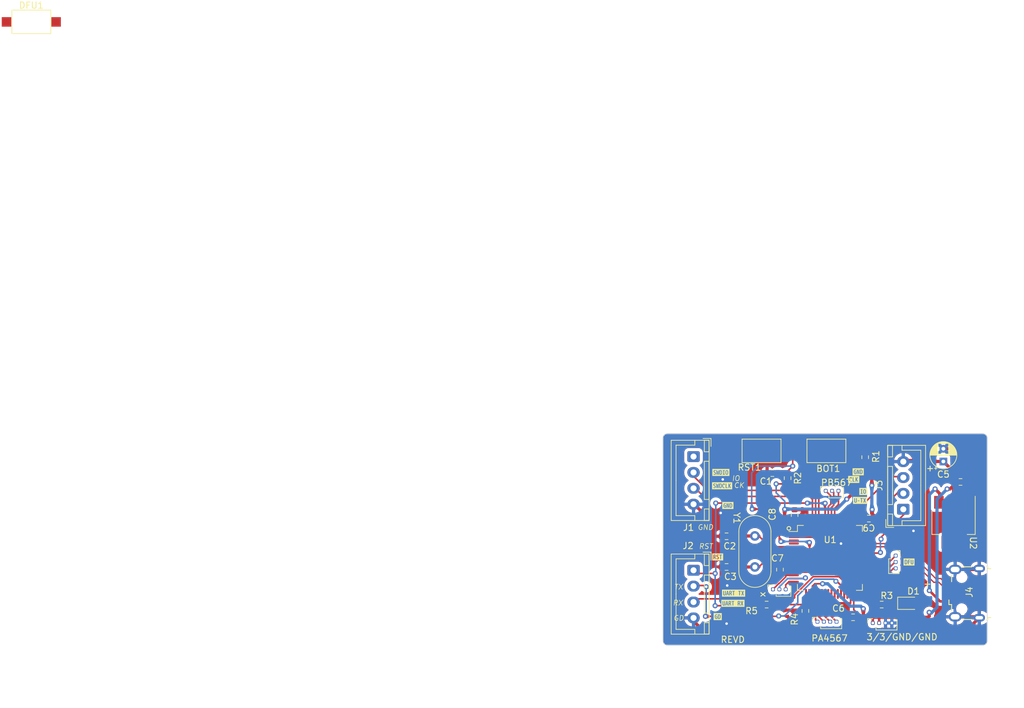
<source format=kicad_pcb>
(kicad_pcb (version 20231007) (generator pcbnew)
  (layers (0 "F.Cu" signal) (31 "B.Cu" signal) (34 "B.Paste" user) (35 "F.Paste" user) (36 "B.SilkS" user "B.Silkscreen") (37 "F.SilkS" user "F.Silkscreen") (38 "B.Mask" user) (39 "F.Mask" user) (44 "Edge.Cuts" user))
  (net 0 "")
  (net 1 "+3.3V")
  (net 2 "Net-(U1-PC13)")
  (net 5 "Net-(U1-PF0)")
  (net 6 "Net-(U1-PF1)")
  (net 7 "Net-(U1-NRST)")
  (net 12 "GND")
  (net 13 "unconnected-(U1-PA0-Pad14)")
  (net 14 "unconnected-(U1-PA1-Pad15)")
  (net 15 "unconnected-(U1-PA2-Pad16)")
  (net 16 "Net-(U1-PA3)")
  (net 18 "unconnected-(U1-PA4-Pad20)")
  (net 19 "unconnected-(U1-PA5-Pad21)")
  (net 20 "unconnected-(U1-PA6-Pad22)")
  (net 21 "unconnected-(U1-PA7-Pad23)")
  (net 27 "OUT_UART_TX")
  (net 28 "OUT_UART_RX")
  (net 29 "unconnected-(U1-PB12-Pad33)")
  (net 32 "unconnected-(U1-PC6-Pad37)")
  (net 37 "UART_TX")
  (net 39 "D-")
  (net 40 "D+")
  (net 41 "SWDIO")
  (net 42 "SWDCLK")
  (net 48 "unconnected-(U1-PB3-Pad55)")
  (net 49 "unconnected-(U1-PB4-Pad56)")
  (net 50 "unconnected-(U1-PB5-Pad57)")
  (net 51 "INOUT_NRESET")
  (net 53 "Net-(U1-BOOT0)")
  (net 54 "OUT_SWDIO")
  (net 55 "OUT_SWDCLK")
  (net 56 "Net-(D1-K)")
  (net 57 "Net-(J4-VBUS)")
  (net 60 "Net-(BOT1-Pad1)")
  (net 61 "IN_FORCE_DFU")
  (footprint "Connector_USB:USB_Micro-B_Wuerth_629105150521" (layer "F.Cu") (at 152.1 92 90)
    (property "Reference" "J4")
    (property "Value" "USB_OTG")
  )
  (footprint "kibuzzard-6534F67C" (layer "F.Cu") (at 112.9 86.3)
    (property "Reference" "kibuzzard-6534F67C" hide)
    (property "Value" "G***" hide)
  )
  (footprint "Resistor_SMD:R_0603_1608Metric" (layer "F.Cu") (at 138.7 93.8)
    (property "Reference" "R3")
    (property "Value" "330")
  )
  (footprint "Resistor_SMD:R_0603_1608Metric" (layer "F.Cu") (at 151.1 74.5)
    (property "Reference" "C5")
    (property "Value" "100n")
  )
  (footprint "Connector_PinSocket_1.00mm:PinSocket_1x04_P1.00mm_Vertical" (layer "F.Cu") (at 137.3 96.7 90)
    (property "Reference" "3/3/GND/GND")
    (property "Value" "PinSocket_1x04_P1.00mm_Vertical")
  )
  (footprint "Resistor_SMD:R_0603_1608Metric" (layer "F.Cu") (at 134.2 95.8 180)
    (property "Reference" "C6")
    (property "Value" "100n")
  )
  (footprint "kibuzzard-6534F635" (layer "F.Cu") (at 113.4 73)
    (property "Reference" "kibuzzard-6534F635" hide)
    (property "Value" "G***" hide)
  )
  (footprint "Resistor_SMD:R_0603_1608Metric" (layer "F.Cu") (at 136.1 70.6 90)
    (property "Reference" "R1")
    (property "Value" "10k")
  )
  (footprint "Button_Switch_SMD:SW_SPST_CK_RS282G05A3" (layer "F.Cu") (at 119.8 69.6 180)
    (property "Reference" "RST1")
    (property "Value" "SW_DIP_x01")
  )
  (footprint "Resistor_SMD:R_0603_1608Metric" (layer "F.Cu") (at 122.7 88.3 90)
    (property "Reference" "C7")
    (property "Value" "100n")
  )
  (footprint "Package_TO_SOT_SMD:SOT-223" (layer "F.Cu") (at 150 80.85 -90)
    (property "Reference" "U2")
    (property "Value" "LM1117-3.3")
  )
  (footprint "Button_Switch_SMD:SW_SPST_CK_RS282G05A3" (layer "F.Cu") (at 130 69.6 180)
    (property "Reference" "BOT1")
    (property "Value" "SW_DIP_x01")
  )
  (footprint "Connector_JST:JST_XH_B4B-XH-A_1x04_P2.50mm_Vertical" (layer "F.Cu") (at 109.1 88.4 -90)
    (property "Reference" "J2")
    (property "Value" "BMP Debug2")
  )
  (footprint "Resistor_SMD:R_0603_1608Metric" (layer "F.Cu") (at 121.5 73.1 180)
    (property "Reference" "C1")
    (property "Value" "100n")
  )
  (footprint "Diode_SMD:D_0805_2012Metric" (layer "F.Cu") (at 142.9 93.6)
    (property "Reference" "D1")
    (property "Value" "LED")
  )
  (footprint "kibuzzard-6534F90C" (layer "F.Cu") (at 135.3 77.4)
    (property "Reference" "kibuzzard-6534F90C" hide)
    (property "Value" "G***" hide)
  )
  (footprint "Resistor_SMD:R_0603_1608Metric" (layer "F.Cu") (at 126.7 94.8 90)
    (property "Reference" "R4")
    (property "Value" "10k")
  )
  (footprint "kibuzzard-6534F5CB" (layer "F.Cu") (at 113.6 75.1)
    (property "Reference" "kibuzzard-6534F5CB" hide)
    (property "Value" "G***" hide)
  )
  (footprint "kibuzzard-6534F6A3" (layer "F.Cu") (at 115.4 92)
    (property "Reference" "kibuzzard-6534F6A3" hide)
    (property "Value" "G***" hide)
  )
  (footprint "Connector_PinSocket_1.00mm:PinSocket_1x04_P1.00mm_Vertical" (layer "F.Cu") (at 128.6 96.5 90)
    (property "Reference" "PA4567")
    (property "Value" "PinSocket_1x04_P1.00mm_Vertical")
  )
  (footprint "Connector_PinSocket_1.00mm:PinSocket_1x03_P1.00mm_Vertical" (layer "F.Cu") (at 140.9 86.1)
    (property "Reference" "x2" hide)
    (property "Value" "PinSocket_1x03_P1.00mm_Vertical")
  )
  (footprint "Capacitor_THT:CP_Radial_D4.0mm_P2.00mm" (layer "F.Cu") (at 148.4 71.2726 90)
    (property "Reference" "C4" hide)
    (property "Value" "100u")
  )
  (footprint "Connector_PinSocket_1.00mm:PinSocket_1x03_P1.00mm_Vertical" (layer "F.Cu") (at 121.6 91.4 90)
    (property "Reference" "x")
    (property "Value" "PinSocket_1x03_P1.00mm_Vertical")
  )
  (footprint "Resistor_SMD:R_0603_1608Metric" (layer "F.Cu") (at 125 79.7 90)
    (property "Reference" "C8")
    (property "Value" "100n")
  )
  (footprint "kibuzzard-6534F8FD" (layer "F.Cu") (at 134.3 74.1)
    (property "Reference" "kibuzzard-6534F8FD" hide)
    (property "Value" "G***" hide)
  )
  (footprint "kibuzzard-6534F68E" (layer "F.Cu") (at 115.3 93.6)
    (property "Reference" "kibuzzard-6534F68E" hide)
    (property "Value" "G***" hide)
  )
  (footprint "Resistor_SMD:R_0603_1608Metric" (layer "F.Cu") (at 123.9 73.9 90)
    (property "Reference" "R2")
    (property "Value" "10k")
  )
  (footprint "Button_Switch_SMD:SW_SPST_CK_RS282G05A3" (layer "F.Cu") (at 4.925 2.075)
    (property "Reference" "DFU1")
    (property "Value" "SWDFU")
  )
  (footprint "kibuzzard-6534F652" (layer "F.Cu") (at 114.5 78.2)
    (property "Reference" "kibuzzard-6534F652" hide)
    (property "Value" "G***" hide)
  )
  (footprint "Resistor_SMD:R_0603_1608Metric" (layer "F.Cu") (at 114.3 87.884 180)
    (property "Reference" "C3")
    (property "Value" "10pf")
  )
  (footprint "Connector_JST:JST_XH_B4B-XH-A_1x04_P2.50mm_Vertical" (layer "F.Cu") (at 109.1 70.5 -90)
    (property "Reference" "J1")
    (property "Value" "BMP Debug1")
  )
  (footprint "Resistor_SMD:R_0603_1608Metric" (layer "F.Cu") (at 136.68 80.264 180)
    (property "Reference" "C9")
    (property "Value" "100n")
  )
  (footprint "Crystal:Crystal_HC49-U_Vertical" (layer "F.Cu") (at 118.75 83 -90)
    (property "Reference" "Y1")
    (property "Value" "Crystal")
  )
  (footprint "Resistor_SMD:R_0603_1608Metric" (layer "F.Cu") (at 114.3 83.05 180)
    (property "Reference" "C2")
    (property "Value" "10pf")
  )
  (footprint "Resistor_SMD:R_0603_1608Metric" (layer "F.Cu") (at 120.6 93.8)
    (property "Reference" "R5")
    (property "Value" "1k")
  )
  (footprint "Package_QFP:LQFP-64_10x10mm_P0.5mm" (layer "F.Cu") (at 130.55 86.45)
    (property "Reference" "U1")
    (property "Value" "CH32V303RCT6")
  )
  (footprint "kibuzzard-6534F6BC" (layer "F.Cu") (at 112.9 95.7)
    (property "Reference" "kibuzzard-6534F6BC" hide)
    (property "Value" "G***" hide)
  )
  (footprint "kibuzzard-6534F8DC" (layer "F.Cu") (at 135 72.9)
    (property "Reference" "kibuzzard-6534F8DC" hide)
    (property "Value" "G***" hide)
  )
  (footprint "kibuzzard-6534F947" (layer "F.Cu") (at 143 87.1)
    (property "Reference" "kibuzzard-6534F947" hide)
    (property "Value" "G***" hide)
  )
  (footprint "Connector_PinSocket_1.00mm:PinSocket_1x03_P1.00mm_Vertical" (layer "F.Cu") (at 129.9 75.9 90)
    (property "Reference" "PB567")
    (property "Value" "PinSocket_1x03_P1.00mm_Vertical")
  )
  (footprint "kibuzzard-6534F8F1" (layer "F.Cu") (at 135.8 76)
    (property "Reference" "kibuzzard-6534F8F1" hide)
    (property "Value" "G***" hide)
  )
  (footprint "Connector_JST:JST_XH_B4B-XH-A_1x04_P2.50mm_Vertical" (layer "F.Cu") (at 142.1 78.8 90)
    (property "Reference" "J3")
    (property "Value" "Debug port")
  )
  (gr_circle (center 124.1 81.8) (end 123.9 81.6) (stroke (width 0.15)) (fill none) (layer "F.SilkS"))
  (gr_line (start 105.000001 100.199999) (end 154.599999 100.199999) (stroke (width 0.1)) (layer "Edge.Cuts"))
  (gr_line (start 104.294975 67.594975) (end 104.300001 99.499999) (stroke (width 0.1)) (layer "Edge.Cuts"))
  (gr_arc (start 154.605025 66.894975) (mid 155.1 67.1) (end 155.305025 67.594975) (stroke (width 0.1)) (layer "Edge.Cuts"))
  (gr_rect (start 155.3 66.9) (end 155.3 66.9) (stroke (width 0.1)) (fill none) (layer "Edge.Cuts"))
  (gr_line (start 154.605025 66.894975) (end 104.994975 66.894975) (stroke (width 0.1)) (layer "Edge.Cuts"))
  (gr_arc (start 105.000001 100.199999) (mid 104.505026 99.994974) (end 104.300001 99.499999) (stroke (width 0.1)) (layer "Edge.Cuts"))
  (gr_arc (start 155.299999 99.499999) (mid 155.094974 99.994974) (end 154.599999 100.199999) (stroke (width 0.1)) (layer "Edge.Cuts"))
  (gr_line (start 155.299999 99.499999) (end 155.305025 67.594975) (stroke (width 0.1)) (layer "Edge.Cuts"))
  (gr_arc (start 104.294975 67.594975) (mid 104.5 67.1) (end 104.994975 66.894975) (stroke (width 0.1)) (layer "Edge.Cuts"))
  (gr_text "GD" (at 105.9 96.4 0) (layer "F.SilkS") (effects (font (size 0.8 0.8) (thickness 0.1) italic) (justify left bottom)))
  (gr_text "IO" (at 115.1 74.4 0) (layer "F.SilkS") (effects (font (size 0.8 0.8) (thickness 0.1) italic) (justify left bottom)))
  (gr_text "CK" (at 115.4 75.5 0) (layer "F.SilkS") (effects (font (size 0.8 0.8) (thickness 0.1) italic) (justify left bottom)))
  (gr_text "RX" (at 105.8 94 0) (layer "F.SilkS") (effects (font (size 0.8 0.8) (thickness 0.1) italic) (justify left bottom)))
  (gr_text "+" (at 145.2 91.1 0) (layer "F.SilkS") (effects (font (size 1 1)) (justify left bottom)))
  (gr_text "TX" (at 106 91.5 0) (layer "F.SilkS") (effects (font (size 0.8 0.8) (thickness 0.1) italic) (justify left bottom)))
  (gr_text "REVD\n" (at 113.3 99.9 0) (layer "F.SilkS") (effects (font (size 1 1)) (justify left bottom)))
  (gr_text "RST" (at 109.9 85.1 0) (layer "F.SilkS") (effects (font (size 0.8 0.8) (thickness 0.1) italic) (justify left bottom)))
  (gr_text "+" (at 145.6 72.9 0) (layer "F.SilkS") (effects (font (size 1 1)) (justify left bottom)))
  (gr_text "GND" (at 109.7 82.1 0) (layer "F.SilkS") (effects (font (size 0.8 0.8) (thickness 0.1) italic) (justify left bottom)))
  (segment (start 132.372 88.697) (end 124.881 88.697) (width 0.25) (layer "F.Cu") (net 1))
  (segment (start 124.875 80.8) (end 123.55 80.8) (width 0.25) (layer "F.Cu") (net 1))
  (segment (start 147.2726 71.2726) (end 146.65 70.65) (width 0.5) (layer "F.Cu") (net 1))
  (segment (start 137.16 78.865) (end 137.2 78.825) (width 0.25) (layer "F.Cu") (net 1))
  (segment (start 136.906 95.802) (end 135.825 95.802) (width 0.5) (layer "F.Cu") (net 1))
  (segment (start 123.425 78.825) (end 123.45 78.8) (width 0.25) (layer "F.Cu") (net 1))
  (segment (start 137.435 71.4) (end 137.435 68.275) (width 0.5) (layer "F.Cu") (net 1))
  (segment (start 150 72.8726) (end 148.4 71.2726) (width 0.5) (layer "F.Cu") (net 1))
  (segment (start 143.5 93.9375) (end 143.5 95.802) (width 0.25) (layer "F.Cu") (net 1))
  (segment (start 123.847 82.697) (end 123.425 82.275) (width 0.4) (layer "F.Cu") (net 1))
  (segment (start 135.8 94.45) (end 135.7 94.45) (width 0.5) (layer "F.Cu") (net 1))
  (segment (start 137.6515 80.4105) (end 137.6515 82.3125) (width 0.25) (layer "F.Cu") (net 1))
  (segment (start 135.825 94.575) (end 135.8 94.55) (width 0.5) (layer "F.Cu") (net 1))
  (segment (start 138.2 95.802) (end 137.3 95.802) (width 0.5) (layer "F.Cu") (net 1))
  (segment (start 135.7 94.45) (end 135.725 94.475) (width 0.5) (layer "F.Cu") (net 1))
  (segment (start 137.267 82.697) (end 136.231 82.697) (width 0.25) (layer "F.Cu") (net 1))
  (segment (start 125.25 80.775) (end 126.8 80.775) (width 0.25) (layer "F.Cu") (net 1))
  (segment (start 146.006 95.802) (end 138.2 95.802) (width 0.5) (layer "F.Cu") (net 1))
  (segment (start 123.425 78.775) (end 123.425 78.75) (width 0.25) (layer "F.Cu") (net 1))
  (segment (start 143.8375 93.6) (end 143.5 93.9375) (width 0.25) (layer "F.Cu") (net 1))
  (segment (start 123.825 74.8) (end 123.9 74.725) (width 0.25) (layer "F.Cu") (net 1))
  (segment (start 137.2 78.825) (end 137.16 78.785) (width 0.25) (layer "F.Cu") (net 1))
  (segment (start 150 75.044) (end 150 72.8726) (width 0.5) (layer "F.Cu") (net 1))
  (segment (start 146.176364 95.021993) (end 146.176364 95.631636) (width 0.5) (layer "F.Cu") (net 1))
  (segment (start 129.4 90.5245) (end 128.1755 90.5245) (width 0.25) (layer "F.Cu") (net 1))
  (segment (start 137.435 73.015) (end 137.435 71.4) (width 0.5) (layer "F.Cu") (net 1))
  (segment (start 148.4 71.2726) (end 147.2726 71.2726) (width 0.5) (layer "F.Cu") (net 1))
  (segment (start 124.875 88.7) (end 123.129 88.7) (width 0.25) (layer "F.Cu") (net 1))
  (segment (start 135.8 94.55) (end 135.8 94.45) (width 0.5) (layer "F.Cu") (net 1))
  (segment (start 137.505 79.805) (end 137.16 79.46) (width 0.5) (layer "F.Cu") (net 1))
  (segment (start 146.65 70.65) (end 146.65 68.175) (width 0.5) (layer "F.Cu") (net 1))
  (segment (start 137.505 80.264) (end 137.505 79.805) (width 0.5) (layer "F.Cu") (net 1))
  (segment (start 135.025 95.325) (end 134.306 94.606) (width 0.25) (layer "F.Cu") (net 1))
  (segment (start 123.45 78.8) (end 123.425 78.775) (width 0.25) (layer "F.Cu") (net 1))
  (segment (start 133.725 90.504312) (end 133.725 90.05) (width 0.25) (layer "F.Cu") (net 1))
  (segment (start 137.15 73.3) (end 137.435 73.015) (width 0.5) (layer "F.Cu") (net 1))
  (segment (start 150 77.7) (end 150 75.044) (width 0.5) (layer "F.Cu") (net 1))
  (segment (start 123.425 82.275) (end 123.425 80.925) (width 0.5) (layer "F.Cu") (net 1))
  (segment (start 133.25 77.2) (end 136.075 74.375) (width 0.5) (layer "F.Cu") (net 1))
  (segment (start 135.825 95.802) (end 135.825 94.575) (width 0.5) (layer "F.Cu") (net 1))
  (segment (start 137.16 79.46) (end 137.16 78.865) (width 0.5) (layer "F.Cu") (net 1))
  (segment (start 125 80.525) (end 125.25 80.775) (width 0.25) (layer "F.Cu") (net 1))
  (segment (start 122.1 74.8) (end 123.825 74.8) (width 0.25) (layer "F.Cu") (net 1))
  (segment (start 137.535 68.175) (end 137.435 68.275) (width 0.5) (layer "F.Cu") (net 1))
  (segment (start 137.41 71.425) (end 137.435 71.4) (width 0.25) (layer "F.Cu") (net 1))
  (segment (start 138.3 96.7) (end 138.3 95.902) (width 0.4) (layer "F.Cu") (net 1))
  (segment (start 134.306 91.085312) (end 133.725 90.504312) (width 0.25) (layer "F.Cu") (net 1))
  (segment (start 138.3 95.902) (end 138.2 95.802) (width 0.25) (layer "F.Cu") (net 1))
  (segment (start 135.025 95.8) (end 135.027 95.802) (width 0.5) (layer "F.Cu") (net 1))
  (segment (start 136.075 74.375) (end 137.435 73.015) (width 0.5) (layer "F.Cu") (net 1))
  (segment (start 146.65 68.175) (end 137.535 68.175) (width 0.5) (layer "F.Cu") (net 1))
  (segment (start 137.3 95.802) (end 136.906 95.802) (width 0.5) (layer "F.Cu") (net 1))
  (segment (start 136.1 71.425) (end 137.41 71.425) (width 0.25) (layer "F.Cu") (net 1))
  (segment (start 149 75.6) (end 149.444 75.6) (width 0.5) (layer "F.Cu") (net 1))
  (segment (start 135.027 95.802) (end 135.825 95.802) (width 0.5) (layer "F.Cu") (net 1))
  (segment (start 133.725 90.05) (end 132.372 88.697) (width 0.25) (layer "F.Cu") (net 1))
  (segment (start 137.6515 82.3125) (end 137.267 82.697) (width 0.25) (layer "F.Cu") (net 1))
  (segment (start 146.176364 95.631636) (end 146.006 95.802) (width 0.5) (layer "F.Cu") (net 1))
  (segment (start 124.881 82.697) (end 123.847 82.697) (width 0.25) (layer "F.Cu") (net 1))
  (segment (start 134.306 94.606) (end 134.306 91.085312) (width 0.25) (layer "F.Cu") (net 1))
  (segment (start 137.3 96.7) (end 137.3 95.802) (width 0.4) (layer "F.Cu") (net 1))
  (segment (start 149.444 75.6) (end 150 75.044) (width 0.5) (layer "F.Cu") (net 1))
  (segment (start 123.129 88.7) (end 123.049 88.78) (width 0.25) (layer "F.Cu") (net 1))
  (segment (start 128.1755 90.5245) (end 127.806 90.894) (width 0.25) (layer "F.Cu") (net 1))
  (segment (start 137.15 75.05) (end 137.15 73.3) (width 0.5) (layer "F.Cu") (net 1))
  (segment (start 137.505 80.264) (end 137.6515 80.4105) (width 0.25) (layer "F.Cu") (net 1))
  (segment (start 127.806 90.894) (end 127.806 92.122) (width 0.25) (layer "F.Cu") (net 1))
  (segment (start 123.425 80.925) (end 123.425 78.825) (width 0.5) (layer "F.Cu") (net 1))
  (segment (start 123.425 78.75) (end 123.45 78.725) (width 0.25) (layer "F.Cu") (net 1))
  (segment (start 123.55 80.8) (end 123.425 80.925) (width 0.25) (layer "F.Cu") (net 1))
  (segment (start 135.025 95.8) (end 135.025 95.325) (width 0.25) (layer "F.Cu") (net 1))
  (via (at 123.45 78.8) (size 0.8) (drill 0.4) (layers "F.Cu" "B.Cu") (net 1))
  (via (at 129.4 90.5245) (size 0.8) (drill 0.4) (layers "F.Cu" "B.Cu") (net 1))
  (via (at 149 75.6) (size 0.8) (drill 0.4) (layers "F.Cu" "B.Cu") (net 1))
  (via (at 146.176364 95.021993) (size 0.8) (drill 0.4) (layers "F.Cu" "B.Cu") (net 1))
  (via (at 137.15 75.05) (size 0.8) (drill 0.4) (layers "F.Cu" "B.Cu") (net 1))
  (via (at 137.2 78.825) (size 0.8) (drill 0.4) (layers "F.Cu" "B.Cu") (net 1))
  (via (at 122.1 74.8) (size 0.8) (drill 0.4) (layers "F.Cu" "B.Cu") (net 1))
  (via (at 135.8 94.45) (size 0.8) (drill 0.4) (layers "F.Cu" "B.Cu") (net 1))
  (via (at 133.2 77.2) (size 0.8) (drill 0.4) (layers "F.Cu" "B.Cu") (net 1))
  (segment (start 135.4 94.05) (end 135.8 94.45) (width 0.5) (layer "B.Cu") (net 1))
  (segment (start 123.55 78.775) (end 123.575 78.775) (width 0.25) (layer "B.Cu") (net 1))
  (segment (start 130.2245 90.5245) (end 133.75 94.05) (width 0.5) (layer "B.Cu") (net 1))
  (segment (start 129.4 90.5245) (end 130.2245 90.5245) (width 0.5) (layer "B.Cu") (net 1))
  (segment (start 122.1 76.2) (end 122.1 74.8) (width 0.25) (layer "B.Cu") (net 1))
  (segment (start 133.2 77.2) (end 131.625 78.775) (width 0.5) (layer "B.Cu") (net 1))
  (segment (start 123.6 78.775) (end 123.45 78.75) (width 0.25) (layer "B.Cu") (net 1))
  (segment (start 123.45 78.75) (end 123.55 78.775) (width 0.25) (layer "B.Cu") (net 1))
  (segment (start 123.45 78.8) (end 123.45 77.55) (width 0.25) (layer "B.Cu") (net 1))
  (segment (start 146.484051 95.15) (end 147.4 94.234051) (width 0.5) (layer "B.Cu") (net 1))
  (segment (start 146.176364 95.021993) (end 146.266204 94.932153) (width 0.5) (layer "B.Cu") (net 1))
  (segment (start 133.75 94.05) (end 135.4 94.05) (width 0.5) (layer "B.Cu") (net 1))
  (segment (start 146.266204 94.932153) (end 146.484051 95.15) (width 0.5) (layer "B.Cu") (net 1))
  (segment (start 147.4 94.234051) (end 147.4 77.2) (width 0.5) (layer "B.Cu") (net 1))
  (segment (start 123.45 77.55) (end 122.1 76.2) (width 0.25) (layer "B.Cu") (net 1))
  (segment (start 137.15 75.05) (end 137.15 78.8) (width 0.5) (layer "B.Cu") (net 1))
  (segment (start 131.625 78.775) (end 123.6 78.775) (width 0.5) (layer "B.Cu") (net 1))
  (segment (start 147.4 77.2) (end 149 75.6) (width 0.5) (layer "B.Cu") (net 1))
  (segment (start 137.875 93.675) (end 137.875 93.8) (width 0.25) (layer "F.Cu") (net 2))
  (segment (start 124.881 83.197) (end 127.891022 83.197) (width 0.25) (layer "F.Cu") (net 2))
  (segment (start 134.62 89.925978) (end 134.62 90.42) (width 0.25) (layer "F.Cu") (net 2))
  (segment (start 127.891022 83.197) (end 134.62 89.925978) (width 0.25) (layer "F.Cu") (net 2))
  (segment (start 134.62 90.42) (end 137.875 93.675) (width 0.25) (layer "F.Cu") (net 2))
  (segment (start 121.073 84.697) (end 124.881 84.697) (width 0.25) (layer "F.Cu") (net 5))
  (segment (start 119.38 83.004) (end 115.171 83.004) (width 0.5) (layer "F.Cu") (net 5))
  (segment (start 115.171 83.004) (end 115.125 83.05) (width 0.5) (layer "F.Cu") (net 5))
  (segment (start 119.38 83.004) (end 121.073 84.697) (width 0.25) (layer "F.Cu") (net 5))
  (segment (start 121.1 85.7) (end 123.534315 85.7) (width 0.25) (layer "F.Cu") (net 6))
  (segment (start 119.38 87.884) (end 120.1 87.164) (width 0.25) (layer "F.Cu") (net 6))
  (segment (start 120.1 86.7) (end 121.1 85.7) (width 0.25) (layer "F.Cu") (net 6))
  (segment (start 115.46 87.884) (end 119.38 87.884) (width 0.5) (layer "F.Cu") (net 6))
  (segment (start 124.037315 85.197) (end 124.881 85.197) (width 0.25) (layer "F.Cu") (net 6))
  (segment (start 120.1 87.164) (end 120.1 86.7) (width 0.25) (layer "F.Cu") (net 6))
  (segment (start 123.534315 85.7) (end 124.037315 85.197) (width 0.25) (layer "F.Cu") (net 6))
  (segment (start 124.881 85.697) (end 126.728 85.697) (width 0.25) (layer "F.Cu") (net 7))
  (segment (start 124.7 72) (end 124.7 70.6) (width 0.25) (layer "F.Cu") (net 7))
  (segment (start 122.35 73.075) (end 122.325 73.1) (width 0.25) (layer "F.Cu") (net 7))
  (segment (start 122.6 79.45) (end 122.6 83.8625) (width 0.25) (layer "F.Cu") (net 7))
  (segment (start 127.375 85.05) (end 127.325 84.025) (width 0.25) (layer "F.Cu") (net 7))
  (segment (start 122.875 83.85) (end 122.85 83.875) (width 0.25) (layer "F.Cu") (net 7))
  (segment (start 123.9 72.8) (end 124.7 72) (width 0.25) (layer "F.Cu") (net 7))
  (segment (start 123.9 73.075) (end 123.9 72.8) (width 0.25) (layer "F.Cu") (net 7))
  (segment (start 121.925 78.775) (end 122.6 79.45) (width 0.25) (layer "F.Cu") (net 7))
  (segment (start 118.325 78.775) (end 121.925 78.775) (width 0.25) (layer "F.Cu") (net 7))
  (segment (start 126.728 85.697) (end 127.375 85.05) (width 0.25) (layer "F.Cu") (net 7))
  (segment (start 127.325 84.025) (end 127.375 84.025) (width 0.25) (layer "F.Cu") (net 7))
  (segment (start 122.85 83.875) (end 122.875 83.9) (width 0.25) (layer "F.Cu") (net 7))
  (segment (start 123.9 73.075) (end 122.35 73.075) (width 0.25) (layer "F.Cu") (net 7))
  (segment (start 124.7 70.6) (end 123.7 69.6) (width 0.25) (layer "F.Cu") (net 7))
  (via (at 124.7 72) (size 0.8) (drill 0.4) (layers "F.Cu" "B.Cu") (net 7))
  (via (at 118.325 78.775) (size 0.8) (drill 0.4) (layers "F.Cu" "B.Cu") (net 7))
  (via (at 127.325 84.025) (size 0.8) (drill 0.4) (layers "F.Cu" "B.Cu") (net 7))
  (via (at 122.85 83.875) (size 0.8) (drill 0.4) (layers "F.Cu" "B.Cu") (net 7))
  (segment (start 127.375 83.975) (end 127.3 83.9) (width 0.25) (layer "B.Cu") (net 7))
  (segment (start 122.85 83.875) (end 127.275 83.875) (width 0.25) (layer "B.Cu") (net 7))
  (segment (start 118.25 78.7) (end 118.325 78.775) (width 0.25) (layer "B.Cu") (net 7))
  (segment (start 118.25 73.05) (end 118.25 78.7) (width 0.25) (layer "B.Cu") (net 7))
  (segment (start 118.25 73.05) (end 119.3 72) (width 0.25) (layer "B.Cu") (net 7))
  (segment (start 127.275 83.875) (end 127.375 83.975) (width 0.25) (layer "B.Cu") (net 7))
  (segment (start 119.3 72) (end 124.7 72) (width 0.25) (layer "B.Cu") (net 7))
  (segment (start 139.9 98.044) (end 110.744 98.044) (width 0.5) (layer "F.Cu") (net 12))
  (segment (start 109.2 78) (end 109.1 78) (width 0.5) (layer "F.Cu") (net 12))
  (segment (start 136.2 80.264) (end 134.9 81.564) (width 0.25) (layer "F.Cu") (net 12))
  (segment (start 139.9 98.044) (end 139.3 97.444) (width 0.4) (layer "F.Cu") (net 12))
  (segment (start 125 78.875) (end 126.373 78.875) (width 0.25) (layer "F.Cu") (net 12))
  (segment (start 143.7 82.2) (end 145.288 82.2) (width 0.5) (layer "F.Cu") (net 12))
  (segment (start 134.8 83.2) (end 133.9 82.3) (width 0.25) (layer "F.Cu") (net 12))
  (segment (start 109.2 96.5) (end 109.2 95.8) (width 0.5) (layer "F.Cu") (net 12))
  (segment (start 113.475 79.475) (end 113.375 79.375) (width 0.4) (layer "F.Cu") (net 12))
  (segment (start 123.7 88.2) (end 124.875 88.2) (width 0.25) (layer "F.Cu") (net 12))
  (segment (start 114.3 96.8) (end 114.4 96.9) (width 0.5) (layer "F.Cu") (net 12))
  (segment (start 115 91.4) (end 119.7 91.4) (width 0.25) (layer "F.Cu") (net 12))
  (segment (start 154.05 95.875) (end 154.05 90.5) (width 0.5) (layer "F.Cu") (net 12))
  (segment (start 133.806 92.122) (end 133.806 93.594) (width 0.25) (layer "F.Cu") (net 12))
  (segment (start 145.288 86.36) (end 147.203 88.275) (width 0.5) (layer "F.Cu") (net 12))
  (segment (start 132.525 82.3) (end 133.9 82.3) (width 0.5) (layer "F.Cu") (net 12))
  (segment (start 127.3 79.802) (end 127.3 80.775) (width 0.25) (layer "F.Cu") (net 12))
  (segment (start 113.4 89.8) (end 113.4 87.959) (width 0.4) (layer "F.Cu") (net 12))
  (segment (start 110.744 98.044) (end 109.2 96.5) (width 0.5) (layer "F.Cu") (net 12))
  (segment (start 150.25 95.725) (end 153.9 95.725) (width 0.5) (layer "F.Cu") (net 12))
  (segment (start 144.78 71.12) (end 142.805 71.12) (width 0.5) (layer "F.Cu") (net 12))
  (segment (start 150.25 88.275) (end 153.9 88.275) (width 0.5) (layer "F.Cu") (net 12))
  (segment (start 121.7 89.4) (end 121.7 88) (width 0.25) (layer "F.Cu") (net 12))
  (segment (start 132.3 84.2) (end 132.3 82.525) (width 0.5) (layer "F.Cu") (net 12))
  (segment (start 114.4 90.8) (end 113.4 89.8) (width 0.4) (layer "F.Cu") (net 12))
  (segment (start 145.288 84.3) (end 145.288 86.36) (width 0.5) (layer "F.Cu") (net 12))
  (segment (start 150.2 88.325) (end 150.25 88.275) (width 0.25) (layer "F.Cu") (net 12))
  (segment (start 127.375 82.3) (end 132.525 82.3) (width 0.5) (layer "F.Cu") (net 12))
  (segment (start 151.881 98.044) (end 154.05 95.875) (width 0.5) (layer "F.Cu") (net 12))
  (segment (start 114.4 90.8) (end 115 91.4) (width 0.25) (layer "F.Cu") (net 12))
  (segment (start 139.9 98.044) (end 151.881 98.044) (width 0.5) (layer "F.Cu") (net 12))
  (segment (start 120.5875 73.1) (end 113.8125 73.1) (width 0.5) (layer "F.Cu") (net 12))
  (segment (start 113.4 83.125) (end 113.4 87.809) (width 0.4) (layer "F.Cu") (net 12))
  (segment (start 113.725 74.075) (end 113.725 70.175) (width 0.5) (layer "F.Cu") (net 12))
  (segment (start 148.4 69.2726) (end 151.4726 69.2726) (width 0.5) (layer "F.Cu") (net 12))
  (segment (start 113.725 70.175) (end 114.3 69.6) (width 0.5) (layer "F.Cu") (net 12))
  (segment (start 153.9 88.275) (end 154.05 88.125) (width 0.25) (layer "F.Cu") (net 12))
  (segment (start 132.3 82.525) (end 132.525 82.3) (width 0.25) (layer "F.Cu") (net 12))
  (segment (start 127.3 80.775) (end 127.3 82.225) (width 0.25) (layer "F.Cu") (net 12))
  (segment (start 123.32 87.82) (end 123.7 88.2) (width 0.25) (layer "F.Cu") (net 12))
  (segment (start 154.05 79.45) (end 152.3 77.7) (width 0.5) (layer "F.Cu") (net 12))
  (segment (start 126.7 95.625) (end 126.7 98.05) (width 0.5) (layer "F.Cu") (net 12))
  (segment (start 150.2 90.7) (end 153.85 90.7) (width 0.4) (layer "F.Cu") (net 12))
  (segment (start 152.3 70.1) (end 152.3 77.7) (width 0.5) (layer "F.Cu") (net 12))
  (segment (start 145.288 84.3) (end 145.288 71.628) (width 0.5) (layer "F.Cu") (net 12))
  (segment (start 134.9 82) (end 134.6 82.3) (width 0.25) (layer "F.Cu") (net 12))
  (segment (start 121.7 88) (end 122.225 87.475) (width 0.25) (layer "F.Cu") (net 12))
  (segment (start 114.4 96.9) (end 114.4 98.044) (width 0.5) (layer "F.Cu") (net 12))
  (segment (start 136.225 83.2) (end 134.8 83.2) (width 0.25) (layer "F.Cu") (net 12))
  (segment (start 113.4 87.959) (end 113.475 87.884) (width 0.4) (layer "F.Cu") (net 12))
  (segment (start 154.05 90.5) (end 154.05 79.45) (width 0.5) (layer "F.Cu") (net 12))
  (segment (start 133.1 97.572) (end 132.725 97.947) (width 0.25) (layer "F.Cu") (net 12))
  (segment (start 133.806 93.594) (end 133.1 94.3) (width 0.25) (layer "F.Cu") (net 12))
  (segment (start 145.288 71.628) (end 144.78 71.12) (width 0.5) (layer "F.Cu") (net 12))
  (segment (start 113.7 74.1) (end 113.725 74.075) (width 0.5) (layer "F.Cu") (net 12))
  (segment (start 122.225 87.475) (end 122.7 87.475) (width 0.25) (layer "F.Cu") (net 12))
  (segment (start 133.9 82.3) (end 134.6 82.3) (width 0.5) (layer "F.Cu") (net 12))
  (segment (start 140.3 97.644) (end 139.9 98.044) (width 0.4) (layer "F.Cu") (net 12))
  (segment (start 150.2 90.7) (end 150.2 88.325) (width 0.4) (layer "F.Cu") (net 12))
  (segment (start 139.3 97.444) (end 139.3 96.9) (width 0.4) (layer "F.Cu") (net 12))
  (segment (start 153.9 95.725) (end 154.05 95.875) (width 0.5) (layer "F.Cu") (net 12))
  (segment (start 113.4 87.809) (end 113.475 87.884) (width 0.4) (layer "F.Cu") (net 12))
  (segment (start 123.049 87.82) (end 123.32 87.82) (width 0.25) (layer "F.Cu") (net 12))
  (segment (start 147.203 88.275) (end 150.25 88.275) (width 0.5) (layer "F.Cu") (net 12))
  (segment (start 114.3 69.6) (end 115.9 69.6) (width 0.5) (layer "F.Cu") (net 12))
  (segment (start 113.475 83.05) (end 113.4 83.125) (width 0.4) (layer "F.Cu") (net 12))
  (segment (start 126.373 78.875) (end 127.3 79.802) (width 0.25) (layer "F.Cu") (net 12))
  (segment (start 153.85 90.7) (end 154.05 90.5) (width 0.25) (layer "F.Cu") (net 12))
  (segment (start 119.7 91.4) (end 121.7 89.4) (width 0.25) (layer "F.Cu") (net 12))
  (segment (start 113.475 83.05) (end 113.475 79.475) (width 0.4) (layer "F.Cu") (net 12))
  (segment (start 111.4 80.2) (end 109.2 78) (width 0.5) (layer "F.Cu") (net 12))
  (segment (start 113.3 80.2) (end 111.4 80.2) (width 0.5) (layer "F.Cu") (net 12))
  (segment (start 133.1 94.3) (end 133.1 97.572) (width 0.25) (layer "F.Cu") (net 12))
  (segment (start 140.3 96.9) (end 140.3 97.644) (width 0.4) (layer "F.Cu") (net 12))
  (segment (start 134.9 81.564) (end 134.9 82) (width 0.25) (layer "F.Cu") (net 12))
  (segment (start 151.4726 69.2726) (end 152.3 70.1) (width 0.5) (layer "F.Cu") (net 12))
  (via (at 143.7 82.2) (size 0.8) (drill 0.4) (layers "F.Cu" "B.Cu") (net 12))
  (via (at 132.3 84.2) (size 0.8) (drill 0.4) (layers "F.Cu" "B.Cu") (net 12))
  (via (at 113.7 74.1) (size 0.8) (drill 0.4) (layers "F.Cu" "B.Cu") (net 12))
  (via (at 114.4 90.8) (size 0.8) (drill 0.4) (layers "F.Cu" "B.Cu") (net 12))
  (via (at 113.375 79.375) (size 0.8) (drill 0.4) (layers "F.Cu" "B.Cu") (net 12))
  (via (at 114.3 96.8) (size 0.8) (drill 0.4) (layers "F.Cu" "B.Cu") (net 12))
  (segment (start 113.375 79.375) (end 113.775 78.975) (width 0.5) (layer "B.Cu") (net 12))
  (segment (start 132.3 84.2) (end 132.3 84.15) (width 0.25) (layer "B.Cu") (net 12))
  (segment (start 133.1 84.2) (end 132.3 84.2) (width 0.5) (layer "B.Cu") (net 12))
  (segment (start 132.35 84.2) (end 132.3 84.2) (width 0.25) (layer "B.Cu") (net 12))
  (segment (start 114.4 96.7) (end 114.3 96.8) (width 0.5) (layer "B.Cu") (net 12))
  (segment (start 135.4 81.9) (end 133.1 84.2) (width 0.5) (layer "B.Cu") (net 12))
  (segment (start 132.3 84.15) (end 132.375 84.225) (width 0.25) (layer "B.Cu") (net 12))
  (segment (start 114.4 90.8) (end 114.4 96.7) (width 0.5) (layer "B.Cu") (net 12))
  (segment (start 113.775 78.975) (end 113.775 74.15) (width 0.5) (layer "B.Cu") (net 12))
  (segment (start 143.4 81.9) (end 135.4 81.9) (width 0.5) (layer "B.Cu") (net 12))
  (segment (start 143.7 82.2) (end 143.4 81.9) (width 0.5) (layer "B.Cu") (net 12))
  (segment (start 132.4 84.25) (end 132.375 84.225) (width 0.5) (layer "B.Cu") (net 12))
  (segment (start 113.775 74.15) (end 113.725 74.1) (width 0.5) (layer "B.Cu") (net 12))
  (segment (start 124.875 89.2) (end 123.7 89.2) (width 0.25) (layer "F.Cu") (net 13))
  (segment (start 122.5 90.5) (end 121.6 91.4) (width 0.25) (layer "F.Cu") (net 13))
  (segment (start 123.6 89.442462) (end 122.542462 90.5) (width 0.25) (layer "F.Cu") (net 13))
  (segment (start 123.6 89.3) (end 123.6 89.442462) (width 0.25) (layer "F.Cu") (net 13))
  (segment (start 122.542462 90.5) (end 122.5 90.5) (width 0.25) (layer "F.Cu") (net 13))
  (segment (start 123.7 89.2) (end 123.6 89.3) (width 0.25) (layer "F.Cu") (net 13))
  (segment (start 124.875 89.7) (end 126.5 89.7) (width 0.25) (layer "F.Cu") (net 14))
  (via (at 126.7 89.6) (size 0.8) (drill 0.4) (layers "F.Cu" "B.Cu") (net 14))
  (segment (start 122.6 91) (end 122.6 91.4) (width 0.25) (layer "B.Cu") (net 14))
  (segment (start 123.9 89.7) (end 122.6 91) (width 0.25) (layer "B.Cu") (net 14))
  (segment (start 126.5 89.7) (end 123.9 89.7) (width 0.25) (layer "B.Cu") (net 14))
  (segment (start 124.875 90.2) (end 124.1 90.2) (width 0.25) (layer "F.Cu") (net 15))
  (segment (start 123.6 90.7) (end 123.6 91.4) (width 0.25) (layer "F.Cu") (net 15))
  (segment (start 124.1 90.2) (end 123.6 90.7) (width 0.25) (layer "F.Cu") (net 15))
  (segment (start 126.806 92.122) (end 126.806 93.924) (width 0.25) (layer "F.Cu") (net 16))
  (segment (start 121.425 93.8) (end 126.4575 93.8) (width 0.25) (layer "F.Cu") (net 16))
  (segment (start 128.3 96.2) (end 128.6 96.5) (width 0.25) (layer "F.Cu") (net 18))
  (segment (start 128.3 92.125) (end 128.3 96.2) (width 0.25) (layer "F.Cu") (net 18))
  (segment (start 128.8 95.7) (end 129.6 96.5) (width 0.25) (layer "F.Cu") (net 19))
  (segment (start 128.8 92.125) (end 128.8 95.7) (width 0.25) (layer "F.Cu") (net 19))
  (segment (start 129.3 95.2) (end 130.6 96.5) (width 0.25) (layer "F.Cu") (net 20))
  (segment (start 129.3 92.125) (end 129.3 95.2) (width 0.25) (layer "F.Cu") (net 20))
  (segment (start 129.8 92.125) (end 129.8 94.7) (width 0.25) (layer "F.Cu") (net 21))
  (segment (start 129.8 94.7) (end 131.6 96.5) (width 0.25) (layer "F.Cu") (net 21))
  (segment (start 110.975 95.65) (end 122.45 95.65) (width 0.25) (layer "F.Cu") (net 27))
  (segment (start 110.9 90.8) (end 109.2 90.8) (width 0.25) (layer "F.Cu") (net 27))
  (segment (start 131.640185 90.1245) (end 132.806 91.290315) (width 0.25) (layer "F.Cu") (net 27))
  (segment (start 132.8 91.284315) (end 131.915685 90.4) (width 0.25) (layer "F.Cu") (net 27))
  (segment (start 111.1 91) (end 110.9 90.8) (width 0.25) (layer "F.Cu") (net 27))
  (segment (start 132.806 91.290315) (end 132.806 92.122) (width 0.25) (layer "F.Cu") (net 27))
  (segment (start 132.8 92.125) (end 132.8 91.284315) (width 0.25) (layer "F.Cu") (net 27))
  (segment (start 122.45 95.65) (end 122.5 95.6) (width 0.25) (layer "F.Cu") (net 27))
  (segment (start 131.5 90.1245) (end 131.640185 90.1245) (width 0.25) (layer "F.Cu") (net 27))
  (via (at 122.5 95.6) (size 0.8) (drill 0.4) (layers "F.Cu" "B.Cu") (net 27))
  (via (at 111.1 91) (size 0.8) (drill 0.4) (layers "F.Cu" "B.Cu") (net 27))
  (via (at 131.5 90.1245) (size 0.8) (drill 0.4) (layers "F.Cu" "B.Cu") (net 27))
  (via (at 110.975 95.65) (size 0.8) (drill 0.4) (layers "F.Cu" "B.Cu") (net 27))
  (segment (start 131.5 90.1245) (end 131.1755 89.8) (width 0.25) (layer "B.Cu") (net 27))
  (segment (start 131.1755 89.8) (end 128.1 89.8) (width 0.25) (layer "B.Cu") (net 27))
  (segment (start 123.4 95.6) (end 122.5 95.6) (width 0.25) (layer "B.Cu") (net 27))
  (segment (start 128.1 89.8) (end 125.5 92.4) (width 0.25) (layer "B.Cu") (net 27))
  (segment (start 122.6 95.6) (end 122.4 95.6) (width 0.25) (layer "B.Cu") (net 27))
  (segment (start 125.5 93.5) (end 123.4 95.6) (width 0.25) (layer "B.Cu") (net 27))
  (segment (start 111.1 91) (end 111.1 95.525) (width 0.25) (layer "B.Cu") (net 27))
  (segment (start 125.5 92.4) (end 125.5 93.5) (width 0.25) (layer "B.Cu") (net 27))
  (segment (start 111.1 95.525) (end 110.975 95.65) (width 0.25) (layer "B.Cu") (net 27))
  (segment (start 127.925305 89.4) (end 125 92.325305) (width 0.25) (layer "F.Cu") (net 28))
  (segment (start 125 92.7) (end 124.8 92.9) (width 0.25) (layer "F.Cu") (net 28))
  (segment (start 124.8 92.9) (end 109.6 92.9) (width 0.25) (layer "F.Cu") (net 28))
  (segment (start 131.985 89.4) (end 127.925305 89.4) (width 0.25) (layer "F.Cu") (net 28))
  (segment (start 133.306 90.721) (end 131.985 89.4) (width 0.25) (layer "F.Cu") (net 28))
  (segment (start 133.306 92.122) (end 133.306 90.721) (width 0.25) (layer "F.Cu") (net 28))
  (segment (start 125 92.325305) (end 125 92.7) (width 0.25) (layer "F.Cu") (net 28))
  (segment (start 109.6 92.9) (end 109.2 93.3) (width 0.25) (layer "F.Cu") (net 28))
  (segment (start 138.450695 90.2) (end 140.550695 88.1) (width 0.25) (layer "F.Cu") (net 29))
  (segment (start 140.550695 88.1) (end 140.9 88.1) (width 0.25) (layer "F.Cu") (net 29))
  (segment (start 136.225 90.2) (end 138.450695 90.2) (width 0.25) (layer "F.Cu") (net 29))
  (segment (start 136.225 88.2) (end 138.8 88.2) (width 0.25) (layer "F.Cu") (net 32))
  (segment (start 138.8 88.2) (end 140.9 86.1) (width 0.25) (layer "F.Cu") (net 32))
  (segment (start 138.6 83.2) (end 142.494 79.306) (width 0.25) (layer "F.Cu") (net 37))
  (segment (start 138.5 85.6) (end 138.4 85.7) (width 0.25) (layer "F.Cu") (net 37))
  (segment (start 138.6 83.4975) (end 138.6 83.2) (width 0.25) (layer "F.Cu") (net 37))
  (segment (start 142.494 79.306) (end 142.494 78.74) (width 0.25) (layer "F.Cu") (net 37))
  (segment (start 138.4 85.7) (end 136.225 85.7) (width 0.25) (layer "F.Cu") (net 37))
  (via (at 138.6 83.4975) (size 0.8) (drill 0.4) (layers "F.Cu" "B.Cu") (net 37))
  (via (at 138.5 85.6) (size 0.8) (drill 0.4) (layers "F.Cu" "B.Cu") (net 37))
  (segment (start 138.5 85.6) (end 138.5 83.5975) (width 0.25) (layer "B.Cu") (net 37))
  (segment (start 138.5 83.5975) (end 138.6 83.4975) (width 0.25) (layer "B.Cu") (net 37))
  (segment (start 142.597 84.697) (end 143.9 86) (width 0.2) (layer "F.Cu") (net 39))
  (segment (start 148.4 92.3) (end 148.75 92.65) (width 0.2) (layer "F.Cu") (net 39))
  (segment (start 148.4 91) (end 148.4 92.3) (width 0.2) (layer "F.Cu") (net 39))
  (segment (start 136.231 84.697) (end 142.597 84.697) (width 0.2) (layer "F.Cu") (net 39))
  (segment (start 143.9 86) (end 143.9 87.3) (width 0.2) (layer "F.Cu") (net 39))
  (segment (start 148.75 92.65) (end 150.2 92.65) (width 0.2) (layer "F.Cu") (net 39))
  (segment (start 143.9 87.3) (end 146.9 90.3) (width 0.2) (layer "F.Cu") (net 39))
  (segment (start 147.7 90.3) (end 148.4 91) (width 0.2) (layer "F.Cu") (net 39))
  (segment (start 146.9 90.3) (end 147.7 90.3) (width 0.2) (layer "F.Cu") (net 39))
  (segment (start 149 91.9) (end 149.1 92) (width 0.2) (layer "F.Cu") (net 40))
  (segment (start 149 90.7) (end 149 91.9) (width 0.2) (layer "F.Cu") (net 40))
  (segment (start 148 89.7) (end 149 90.7) (width 0.2) (layer "F.Cu") (net 40))
  (segment (start 142.997 84.197) (end 144.5 85.7) (width 0.2) (layer "F.Cu") (net 40))
  (segment (start 144.5 87) (end 147.2 89.7) (width 0.2) (layer "F.Cu") (net 40))
  (segment (start 136.231 84.197) (end 142.997 84.197) (width 0.2) (layer "F.Cu") (net 40))
  (segment (start 147.2 89.7) (end 148 89.7) (width 0.2) (layer "F.Cu") (net 40))
  (segment (start 149.1 92) (end 150.2 92) (width 0.2) (layer "F.Cu") (net 40))
  (segment (start 144.5 85.7) (end 144.5 87) (width 0.2) (layer "F.Cu") (net 40))
  (segment (start 141.24 76.16) (end 142.414 76.16) (width 0.25) (layer "F.Cu") (net 41))
  (segment (start 138.6515 78.7485) (end 141.24 76.16) (width 0.25) (layer "F.Cu") (net 41))
  (segment (start 142.414 76.16) (end 142.494 76.24) (width 0.25) (layer "F.Cu") (net 41))
  (segment (start 137.068685 83.697) (end 138.6515 82.114185) (width 0.25) (layer "F.Cu") (net 41))
  (segment (start 136.231 83.697) (end 137.068685 83.697) (width 0.25) (layer "F.Cu") (net 41))
  (segment (start 138.6515 82.114185) (end 138.6515 78.7485) (width 0.25) (layer "F.Cu") (net 41))
  (segment (start 140.138 73.66) (end 142.765 73.66) (width 0.25) (layer "F.Cu") (net 42))
  (segment (start 134.306 79.492) (end 140.138 73.66) (width 0.25) (layer "F.Cu") (net 42))
  (segment (start 134.306 80.772) (end 134.306 79.492) (width 0.25) (layer "F.Cu") (net 42))
  (segment (start 131.3 78.648097) (end 131.9 78.048097) (width 0.25) (layer "F.Cu") (net 48))
  (segment (start 131.3 80.775) (end 131.3 78.648097) (width 0.25) (layer "F.Cu") (net 48))
  (segment (start 131.9 78.048097) (end 131.9 75.9) (width 0.25) (layer "F.Cu") (net 48))
  (segment (start 130.8 78.511701) (end 131.15 78.161701) (width 0.25) (layer "F.Cu") (net 49))
  (segment (start 131.15 76.15) (end 130.9 75.9) (width 0.25) (layer "F.Cu") (net 49))
  (segment (start 130.8 80.775) (end 130.8 78.511701) (width 0.25) (layer "F.Cu") (net 49))
  (segment (start 131.15 78.161701) (end 131.15 76.15) (width 0.25) (layer "F.Cu") (net 49))
  (segment (start 130.7 76.7) (end 129.9 75.9) (width 0.25) (layer "F.Cu") (net 50))
  (segment (start 130.3 78.375305) (end 130.7 77.975305) (width 0.25) (layer "F.Cu") (net 50))
  (segment (start 130.7 77.975305) (end 130.7 76.7) (width 0.25) (layer "F.Cu") (net 50))
  (segment (start 130.3 80.775) (end 130.3 78.375305) (width 0.25) (layer "F.Cu") (net 50))
  (segment (start 112.5 88.9) (end 109.8 88.9) (width 0.25) (layer "F.Cu") (net 51))
  (segment (start 119.595 93.98) (end 112.5 93.98) (width 0.25) (layer "F.Cu") (net 51))
  (segment (start 129.806 77.844) (end 129.806 77.731) (width 0.25) (layer "F.Cu") (net 51))
  (segment (start 112.6 77.825) (end 127 77.825) (width 0.25) (layer "F.Cu") (net 51))
  (segment (start 119.775 93.8) (end 119.595 93.98) (width 0.25) (layer "F.Cu") (net 51))
  (segment (start 109.8 88.9) (end 109.2 88.3) (width 0.25) (layer "F.Cu") (net 51))
  (segment (start 129.8 80.775) (end 129.8 77.85) (width 0.25) (layer "F.Cu") (net 51))
  (segment (start 129.8 77.85) (end 129.806 77.844) (width 0.25) (layer "F.Cu") (net 51))
  (via (at 112.5 93.98) (size 0.8) (drill 0.4) (layers "F.Cu" "B.Cu") (net 51))
  (via (at 112.5 88.9) (size 0.8) (drill 0.4) (layers "F.Cu" "B.Cu") (net 51))
  (via (at 129.8 77.85) (size 0.8) (drill 0.4) (layers "F.Cu" "B.Cu") (net 51))
  (via (at 127 77.825) (size 0.8) (drill 0.4) (layers "F.Cu" "B.Cu") (net 51))
  (via (at 112.6 77.825) (size 0.8) (drill 0.4) (layers "F.Cu" "B.Cu") (net 51))
  (segment (start 129.8 77.85) (end 127 77.825) (width 0.25) (layer "B.Cu") (net 51))
  (segment (start 126.95 77.875) (end 126.975 77.85) (width 0.25) (layer "B.Cu") (net 51))
  (segment (start 127 77.825) (end 126.975 77.85) (width 0.25) (layer "B.Cu") (net 51))
  (segment (start 112.6 88.8) (end 112.6 77.825) (width 0.25) (layer "B.Cu") (net 51))
  (segment (start 112.5 88.9) (end 112.6 88.8) (width 0.25) (layer "B.Cu") (net 51))
  (segment (start 112.5 88.9) (end 112.5 93.98) (width 0.25) (layer "B.Cu") (net 51))
  (segment (start 126.1 69.6) (end 126.1 72.1) (width 0.25) (layer "F.Cu") (net 53))
  (segment (start 128.806 74.806) (end 128.806 80.772) (width 0.25) (layer "F.Cu") (net 53))
  (segment (start 126.1 72.1) (end 128.806 74.806) (width 0.25) (layer "F.Cu") (net 53))
  (segment (start 108.325 73.025) (end 108.575 73.025) (width 0.25) (layer "F.Cu") (net 54))
  (segment (start 128.306 80.772) (end 128.306 76.481) (width 0.25) (layer "F.Cu") (net 54))
  (segment (start 111.35 75.825) (end 127.65 75.825) (width 0.25) (layer "F.Cu") (net 54))
  (segment (start 127.65 75.825) (end 128.306 76.481) (width 0.25) (layer "F.Cu") (net 54))
  (segment (start 108.3 73) (end 108.325 73.025) (width 0.25) (layer "F.Cu") (net 54))
  (segment (start 108.55 73.025) (end 111.35 75.825) (width 0.25) (layer "F.Cu") (net 54))
  (segment (start 127.35 76.775) (end 127.806 77.231) (width 0.25) (layer "F.Cu") (net 55))
  (segment (start 110.6725 76.775) (end 127.35 76.775) (width 0.25) (layer "F.Cu") (net 55))
  (segment (start 108.3 75.5) (end 109.3975 75.5) (width 0.25) (layer "F.Cu") (net 55))
  (segment (start 109.3975 75.5) (end 110.6725 76.775) (width 0.25) (layer "F.Cu") (net 55))
  (segment (start 127.806 77.231) (end 127.806 80.772) (width 0.25) (layer "F.Cu") (net 55))
  (segment (start 139.525 93.8) (end 139.725 93.6) (width 0.25) (layer "F.Cu") (net 56))
  (segment (start 139.725 93.6) (end 141.9625 93.6) (width 0.25) (layer "F.Cu") (net 56))
  (segment (start 147.9 93.3) (end 150.2 93.3) (width 0.4) (layer "F.Cu") (net 57))
  (segment (start 147.828 77.572) (end 147.828 76.328) (width 0.5) (layer "F.Cu") (net 57))
  (segment (start 146.2 91.6) (end 147.9 93.3) (width 0.4) (layer "F.Cu") (net 57))
  (segment (start 147.828 76.328) (end 147.1 75.6) (width 0.5) (layer "F.Cu") (net 57))
  (via (at 147.1 75.6) (size 0.8) (drill 0.4) (layers "F.Cu" "B.Cu") (net 57))
  (via (at 146.2 91.6) (size 0.8) (drill 0.4) (layers "F.Cu" "B.Cu") (net 57))
  (segment (start 146.2 76.5) (end 147.1 75.6) (width 0.5) (layer "B.Cu") (net 57))
  (segment (start 146.2 91.6) (end 146.2 76.5) (width 0.5) (layer "B.Cu") (net 57))
  (segment (start 133.9 69.6) (end 135.925 69.6) (width 0.25) (layer "F.Cu") (net 60))
  (segment (start 135.925 69.6) (end 136.1 69.775) (width 0.25) (layer "F.Cu") (net 60))
  (segment (start 138.7 89.2) (end 140.8 87.1) (width 0.25) (layer "F.Cu") (net 61))
  (segment (start 140.8 87.1) (end 140.9 87.1) (width 0.25) (layer "F.Cu") (net 61))
  (segment (start 136.225 89.2) (end 138.7 89.2) (width 0.25) (layer "F.Cu") (net 61))
  (zone (net 12) (net_name "GND") (layer "F.Cu") (connect_pads (clearance 0.5)) (min_thickness 0.25) (fill yes (thermal_gap 0.5) (thermal_bridge_width 0.5))
    (polygon (pts (xy 104.2 65.9) (xy 156.8 65.9) (xy 156.8 101.9) (xy 104 101.9)))
  )
  (zone (net 12) (net_name "GND") (layer "B.Cu") (priority 1) (connect_pads (clearance 0.5)) (min_thickness 0.25) (fill yes (thermal_gap 0.5) (thermal_bridge_width 0.5))
    (polygon (pts (xy 104.2 65.6) (xy 156.6 65.5) (xy 156.7 104.6) (xy 104.1 104.8)))
  )
)
</source>
